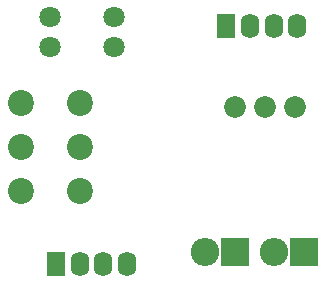
<source format=gbs>
G04 #@! TF.FileFunction,Soldermask,Bot*
%FSLAX46Y46*%
G04 Gerber Fmt 4.6, Leading zero omitted, Abs format (unit mm)*
G04 Created by KiCad (PCBNEW 4.0.4-1.fc24-product) date Mon Apr 30 10:47:21 2018*
%MOMM*%
%LPD*%
G01*
G04 APERTURE LIST*
%ADD10C,0.100000*%
%ADD11C,2.200000*%
%ADD12R,1.600000X2.100000*%
%ADD13O,1.600000X2.100000*%
%ADD14O,2.398980X2.398980*%
%ADD15R,2.398980X2.398980*%
%ADD16C,1.800000*%
%ADD17C,1.840000*%
G04 APERTURE END LIST*
D10*
D11*
X128996080Y-126730738D03*
X128996080Y-130480738D03*
X128996080Y-134230738D03*
X133996080Y-126730738D03*
X133996080Y-130480738D03*
X133996080Y-134230738D03*
D12*
X131996080Y-140380738D03*
D13*
X133996080Y-140380738D03*
X135996080Y-140380738D03*
X137996080Y-140380738D03*
D12*
X146400925Y-120276123D03*
D13*
X148400925Y-120276123D03*
X150400925Y-120276123D03*
X152400925Y-120276123D03*
D14*
X150396080Y-139380738D03*
D15*
X152936080Y-139380738D03*
D14*
X144556080Y-139380738D03*
D15*
X147096080Y-139380738D03*
D16*
X131496080Y-119480738D03*
X131496080Y-121980738D03*
X136896080Y-119480738D03*
X136896080Y-121980738D03*
D17*
X152196080Y-127080738D03*
X149656080Y-127080738D03*
X147116080Y-127080738D03*
M02*

</source>
